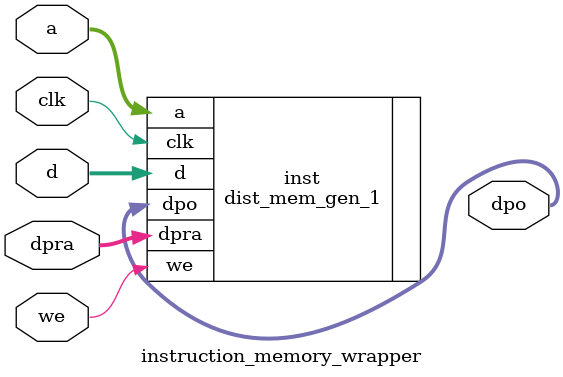
<source format=v>
`timescale 1ns / 1ps


module instruction_memory_wrapper(
a, d, dpra, clk, we, dpo
    );
    // read address - dpra, output uska dpo. we - write enable, a - write address, d - write data
    input [9:0] a, dpra;
    input clk, we;
    output [31:0] dpo;
    input [31:0] d;

    dist_mem_gen_1 inst(
        .a(a),
        .d(d),
        .dpra(dpra),
        .clk(clk),
        .we(we),
        .dpo(dpo)
    );
endmodule

</source>
